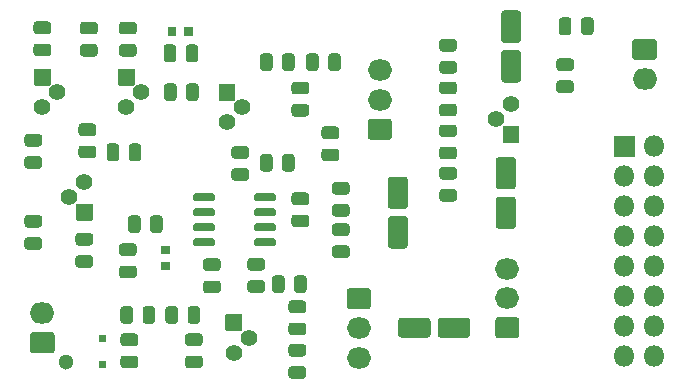
<source format=gbr>
G04 #@! TF.GenerationSoftware,KiCad,Pcbnew,5.1.9-73d0e3b20d~88~ubuntu20.04.1*
G04 #@! TF.CreationDate,2021-02-25T16:20:24+01:00*
G04 #@! TF.ProjectId,kick,6b69636b-2e6b-4696-9361-645f70636258,rev?*
G04 #@! TF.SameCoordinates,Original*
G04 #@! TF.FileFunction,Soldermask,Top*
G04 #@! TF.FilePolarity,Negative*
%FSLAX46Y46*%
G04 Gerber Fmt 4.6, Leading zero omitted, Abs format (unit mm)*
G04 Created by KiCad (PCBNEW 5.1.9-73d0e3b20d~88~ubuntu20.04.1) date 2021-02-25 16:20:24*
%MOMM*%
%LPD*%
G01*
G04 APERTURE LIST*
%ADD10O,1.800000X1.800000*%
%ADD11O,2.100000X1.800000*%
%ADD12C,1.300000*%
%ADD13C,1.400000*%
%ADD14O,2.050000X1.800000*%
G04 APERTURE END LIST*
G36*
G01*
X111024750Y-102840500D02*
X111987250Y-102840500D01*
G75*
G02*
X112256000Y-103109250I0J-268750D01*
G01*
X112256000Y-103646750D01*
G75*
G02*
X111987250Y-103915500I-268750J0D01*
G01*
X111024750Y-103915500D01*
G75*
G02*
X110756000Y-103646750I0J268750D01*
G01*
X110756000Y-103109250D01*
G75*
G02*
X111024750Y-102840500I268750J0D01*
G01*
G37*
G36*
G01*
X111024750Y-104715500D02*
X111987250Y-104715500D01*
G75*
G02*
X112256000Y-104984250I0J-268750D01*
G01*
X112256000Y-105521750D01*
G75*
G02*
X111987250Y-105790500I-268750J0D01*
G01*
X111024750Y-105790500D01*
G75*
G02*
X110756000Y-105521750I0J268750D01*
G01*
X110756000Y-104984250D01*
G75*
G02*
X111024750Y-104715500I268750J0D01*
G01*
G37*
G36*
G01*
X121822500Y-110834250D02*
X121822500Y-111796750D01*
G75*
G02*
X121553750Y-112065500I-268750J0D01*
G01*
X121016250Y-112065500D01*
G75*
G02*
X120747500Y-111796750I0J268750D01*
G01*
X120747500Y-110834250D01*
G75*
G02*
X121016250Y-110565500I268750J0D01*
G01*
X121553750Y-110565500D01*
G75*
G02*
X121822500Y-110834250I0J-268750D01*
G01*
G37*
G36*
G01*
X119947500Y-110834250D02*
X119947500Y-111796750D01*
G75*
G02*
X119678750Y-112065500I-268750J0D01*
G01*
X119141250Y-112065500D01*
G75*
G02*
X118872500Y-111796750I0J268750D01*
G01*
X118872500Y-110834250D01*
G75*
G02*
X119141250Y-110565500I268750J0D01*
G01*
X119678750Y-110565500D01*
G75*
G02*
X119947500Y-110834250I0J-268750D01*
G01*
G37*
G36*
G01*
X116559250Y-96168500D02*
X115596750Y-96168500D01*
G75*
G02*
X115328000Y-95899750I0J268750D01*
G01*
X115328000Y-95362250D01*
G75*
G02*
X115596750Y-95093500I268750J0D01*
G01*
X116559250Y-95093500D01*
G75*
G02*
X116828000Y-95362250I0J-268750D01*
G01*
X116828000Y-95899750D01*
G75*
G02*
X116559250Y-96168500I-268750J0D01*
G01*
G37*
G36*
G01*
X116559250Y-98043500D02*
X115596750Y-98043500D01*
G75*
G02*
X115328000Y-97774750I0J268750D01*
G01*
X115328000Y-97237250D01*
G75*
G02*
X115596750Y-96968500I268750J0D01*
G01*
X116559250Y-96968500D01*
G75*
G02*
X116828000Y-97237250I0J-268750D01*
G01*
X116828000Y-97774750D01*
G75*
G02*
X116559250Y-98043500I-268750J0D01*
G01*
G37*
G36*
G01*
X118774500Y-97054750D02*
X118774500Y-98017250D01*
G75*
G02*
X118505750Y-98286000I-268750J0D01*
G01*
X117968250Y-98286000D01*
G75*
G02*
X117699500Y-98017250I0J268750D01*
G01*
X117699500Y-97054750D01*
G75*
G02*
X117968250Y-96786000I268750J0D01*
G01*
X118505750Y-96786000D01*
G75*
G02*
X118774500Y-97054750I0J-268750D01*
G01*
G37*
G36*
G01*
X120649500Y-97054750D02*
X120649500Y-98017250D01*
G75*
G02*
X120380750Y-98286000I-268750J0D01*
G01*
X119843250Y-98286000D01*
G75*
G02*
X119574500Y-98017250I0J268750D01*
G01*
X119574500Y-97054750D01*
G75*
G02*
X119843250Y-96786000I268750J0D01*
G01*
X120380750Y-96786000D01*
G75*
G02*
X120649500Y-97054750I0J-268750D01*
G01*
G37*
G36*
G01*
X127100250Y-107598500D02*
X126137750Y-107598500D01*
G75*
G02*
X125869000Y-107329750I0J268750D01*
G01*
X125869000Y-106792250D01*
G75*
G02*
X126137750Y-106523500I268750J0D01*
G01*
X127100250Y-106523500D01*
G75*
G02*
X127369000Y-106792250I0J-268750D01*
G01*
X127369000Y-107329750D01*
G75*
G02*
X127100250Y-107598500I-268750J0D01*
G01*
G37*
G36*
G01*
X127100250Y-109473500D02*
X126137750Y-109473500D01*
G75*
G02*
X125869000Y-109204750I0J268750D01*
G01*
X125869000Y-108667250D01*
G75*
G02*
X126137750Y-108398500I268750J0D01*
G01*
X127100250Y-108398500D01*
G75*
G02*
X127369000Y-108667250I0J-268750D01*
G01*
X127369000Y-109204750D01*
G75*
G02*
X127100250Y-109473500I-268750J0D01*
G01*
G37*
G36*
G01*
X133630750Y-100935500D02*
X134593250Y-100935500D01*
G75*
G02*
X134862000Y-101204250I0J-268750D01*
G01*
X134862000Y-101741750D01*
G75*
G02*
X134593250Y-102010500I-268750J0D01*
G01*
X133630750Y-102010500D01*
G75*
G02*
X133362000Y-101741750I0J268750D01*
G01*
X133362000Y-101204250D01*
G75*
G02*
X133630750Y-100935500I268750J0D01*
G01*
G37*
G36*
G01*
X133630750Y-102810500D02*
X134593250Y-102810500D01*
G75*
G02*
X134862000Y-103079250I0J-268750D01*
G01*
X134862000Y-103616750D01*
G75*
G02*
X134593250Y-103885500I-268750J0D01*
G01*
X133630750Y-103885500D01*
G75*
G02*
X133362000Y-103616750I0J268750D01*
G01*
X133362000Y-103079250D01*
G75*
G02*
X133630750Y-102810500I268750J0D01*
G01*
G37*
G36*
G01*
X136465500Y-90397250D02*
X136465500Y-89434750D01*
G75*
G02*
X136734250Y-89166000I268750J0D01*
G01*
X137271750Y-89166000D01*
G75*
G02*
X137540500Y-89434750I0J-268750D01*
G01*
X137540500Y-90397250D01*
G75*
G02*
X137271750Y-90666000I-268750J0D01*
G01*
X136734250Y-90666000D01*
G75*
G02*
X136465500Y-90397250I0J268750D01*
G01*
G37*
G36*
G01*
X134590500Y-90397250D02*
X134590500Y-89434750D01*
G75*
G02*
X134859250Y-89166000I268750J0D01*
G01*
X135396750Y-89166000D01*
G75*
G02*
X135665500Y-89434750I0J-268750D01*
G01*
X135665500Y-90397250D01*
G75*
G02*
X135396750Y-90666000I-268750J0D01*
G01*
X134859250Y-90666000D01*
G75*
G02*
X134590500Y-90397250I0J268750D01*
G01*
G37*
G36*
G01*
X130683500Y-90397250D02*
X130683500Y-89434750D01*
G75*
G02*
X130952250Y-89166000I268750J0D01*
G01*
X131489750Y-89166000D01*
G75*
G02*
X131758500Y-89434750I0J-268750D01*
G01*
X131758500Y-90397250D01*
G75*
G02*
X131489750Y-90666000I-268750J0D01*
G01*
X130952250Y-90666000D01*
G75*
G02*
X130683500Y-90397250I0J268750D01*
G01*
G37*
G36*
G01*
X132558500Y-90397250D02*
X132558500Y-89434750D01*
G75*
G02*
X132827250Y-89166000I268750J0D01*
G01*
X133364750Y-89166000D01*
G75*
G02*
X133633500Y-89434750I0J-268750D01*
G01*
X133633500Y-90397250D01*
G75*
G02*
X133364750Y-90666000I-268750J0D01*
G01*
X132827250Y-90666000D01*
G75*
G02*
X132558500Y-90397250I0J268750D01*
G01*
G37*
G36*
G01*
X134339250Y-116712500D02*
X133376750Y-116712500D01*
G75*
G02*
X133108000Y-116443750I0J268750D01*
G01*
X133108000Y-115906250D01*
G75*
G02*
X133376750Y-115637500I268750J0D01*
G01*
X134339250Y-115637500D01*
G75*
G02*
X134608000Y-115906250I0J-268750D01*
G01*
X134608000Y-116443750D01*
G75*
G02*
X134339250Y-116712500I-268750J0D01*
G01*
G37*
G36*
G01*
X134339250Y-114837500D02*
X133376750Y-114837500D01*
G75*
G02*
X133108000Y-114568750I0J268750D01*
G01*
X133108000Y-114031250D01*
G75*
G02*
X133376750Y-113762500I268750J0D01*
G01*
X134339250Y-113762500D01*
G75*
G02*
X134608000Y-114031250I0J-268750D01*
G01*
X134608000Y-114568750D01*
G75*
G02*
X134339250Y-114837500I-268750J0D01*
G01*
G37*
G36*
G01*
X148489000Y-111810625D02*
X148489000Y-112979375D01*
G75*
G02*
X148223375Y-113245000I-265625J0D01*
G01*
X146004625Y-113245000D01*
G75*
G02*
X145739000Y-112979375I0J265625D01*
G01*
X145739000Y-111810625D01*
G75*
G02*
X146004625Y-111545000I265625J0D01*
G01*
X148223375Y-111545000D01*
G75*
G02*
X148489000Y-111810625I0J-265625D01*
G01*
G37*
G36*
G01*
X145139000Y-111810625D02*
X145139000Y-112979375D01*
G75*
G02*
X144873375Y-113245000I-265625J0D01*
G01*
X142654625Y-113245000D01*
G75*
G02*
X142389000Y-112979375I0J265625D01*
G01*
X142389000Y-111810625D01*
G75*
G02*
X142654625Y-111545000I265625J0D01*
G01*
X144873375Y-111545000D01*
G75*
G02*
X145139000Y-111810625I0J-265625D01*
G01*
G37*
G36*
G01*
X152095375Y-104039000D02*
X150926625Y-104039000D01*
G75*
G02*
X150661000Y-103773375I0J265625D01*
G01*
X150661000Y-101554625D01*
G75*
G02*
X150926625Y-101289000I265625J0D01*
G01*
X152095375Y-101289000D01*
G75*
G02*
X152361000Y-101554625I0J-265625D01*
G01*
X152361000Y-103773375D01*
G75*
G02*
X152095375Y-104039000I-265625J0D01*
G01*
G37*
G36*
G01*
X152095375Y-100689000D02*
X150926625Y-100689000D01*
G75*
G02*
X150661000Y-100423375I0J265625D01*
G01*
X150661000Y-98204625D01*
G75*
G02*
X150926625Y-97939000I265625J0D01*
G01*
X152095375Y-97939000D01*
G75*
G02*
X152361000Y-98204625I0J-265625D01*
G01*
X152361000Y-100423375D01*
G75*
G02*
X152095375Y-100689000I-265625J0D01*
G01*
G37*
G36*
G01*
X141782625Y-102940000D02*
X142951375Y-102940000D01*
G75*
G02*
X143217000Y-103205625I0J-265625D01*
G01*
X143217000Y-105424375D01*
G75*
G02*
X142951375Y-105690000I-265625J0D01*
G01*
X141782625Y-105690000D01*
G75*
G02*
X141517000Y-105424375I0J265625D01*
G01*
X141517000Y-103205625D01*
G75*
G02*
X141782625Y-102940000I265625J0D01*
G01*
G37*
G36*
G01*
X141782625Y-99590000D02*
X142951375Y-99590000D01*
G75*
G02*
X143217000Y-99855625I0J-265625D01*
G01*
X143217000Y-102074375D01*
G75*
G02*
X142951375Y-102340000I-265625J0D01*
G01*
X141782625Y-102340000D01*
G75*
G02*
X141517000Y-102074375I0J265625D01*
G01*
X141517000Y-99855625D01*
G75*
G02*
X141782625Y-99590000I265625J0D01*
G01*
G37*
G36*
G01*
X152539875Y-88282500D02*
X151371125Y-88282500D01*
G75*
G02*
X151105500Y-88016875I0J265625D01*
G01*
X151105500Y-85798125D01*
G75*
G02*
X151371125Y-85532500I265625J0D01*
G01*
X152539875Y-85532500D01*
G75*
G02*
X152805500Y-85798125I0J-265625D01*
G01*
X152805500Y-88016875D01*
G75*
G02*
X152539875Y-88282500I-265625J0D01*
G01*
G37*
G36*
G01*
X152539875Y-91632500D02*
X151371125Y-91632500D01*
G75*
G02*
X151105500Y-91366875I0J265625D01*
G01*
X151105500Y-89148125D01*
G75*
G02*
X151371125Y-88882500I265625J0D01*
G01*
X152539875Y-88882500D01*
G75*
G02*
X152805500Y-89148125I0J-265625D01*
G01*
X152805500Y-91366875D01*
G75*
G02*
X152539875Y-91632500I-265625J0D01*
G01*
G37*
G36*
G01*
X146140250Y-87933000D02*
X147102750Y-87933000D01*
G75*
G02*
X147371500Y-88201750I0J-268750D01*
G01*
X147371500Y-88739250D01*
G75*
G02*
X147102750Y-89008000I-268750J0D01*
G01*
X146140250Y-89008000D01*
G75*
G02*
X145871500Y-88739250I0J268750D01*
G01*
X145871500Y-88201750D01*
G75*
G02*
X146140250Y-87933000I268750J0D01*
G01*
G37*
G36*
G01*
X146140250Y-89808000D02*
X147102750Y-89808000D01*
G75*
G02*
X147371500Y-90076750I0J-268750D01*
G01*
X147371500Y-90614250D01*
G75*
G02*
X147102750Y-90883000I-268750J0D01*
G01*
X146140250Y-90883000D01*
G75*
G02*
X145871500Y-90614250I0J268750D01*
G01*
X145871500Y-90076750D01*
G75*
G02*
X146140250Y-89808000I268750J0D01*
G01*
G37*
G36*
G01*
X117098000Y-112984000D02*
X117598000Y-112984000D01*
G75*
G02*
X117648000Y-113034000I0J-50000D01*
G01*
X117648000Y-113534000D01*
G75*
G02*
X117598000Y-113584000I-50000J0D01*
G01*
X117098000Y-113584000D01*
G75*
G02*
X117048000Y-113534000I0J50000D01*
G01*
X117048000Y-113034000D01*
G75*
G02*
X117098000Y-112984000I50000J0D01*
G01*
G37*
G36*
G01*
X117098000Y-115184000D02*
X117598000Y-115184000D01*
G75*
G02*
X117648000Y-115234000I0J-50000D01*
G01*
X117648000Y-115734000D01*
G75*
G02*
X117598000Y-115784000I-50000J0D01*
G01*
X117098000Y-115784000D01*
G75*
G02*
X117048000Y-115734000I0J50000D01*
G01*
X117048000Y-115234000D01*
G75*
G02*
X117098000Y-115184000I50000J0D01*
G01*
G37*
G36*
G01*
X123032000Y-107541000D02*
X122332000Y-107541000D01*
G75*
G02*
X122282000Y-107491000I0J50000D01*
G01*
X122282000Y-106891000D01*
G75*
G02*
X122332000Y-106841000I50000J0D01*
G01*
X123032000Y-106841000D01*
G75*
G02*
X123082000Y-106891000I0J-50000D01*
G01*
X123082000Y-107491000D01*
G75*
G02*
X123032000Y-107541000I-50000J0D01*
G01*
G37*
G36*
G01*
X123032000Y-106141000D02*
X122332000Y-106141000D01*
G75*
G02*
X122282000Y-106091000I0J50000D01*
G01*
X122282000Y-105491000D01*
G75*
G02*
X122332000Y-105441000I50000J0D01*
G01*
X123032000Y-105441000D01*
G75*
G02*
X123082000Y-105491000I0J-50000D01*
G01*
X123082000Y-106091000D01*
G75*
G02*
X123032000Y-106141000I-50000J0D01*
G01*
G37*
G36*
G01*
X124302000Y-87662500D02*
X124302000Y-86962500D01*
G75*
G02*
X124352000Y-86912500I50000J0D01*
G01*
X124952000Y-86912500D01*
G75*
G02*
X125002000Y-86962500I0J-50000D01*
G01*
X125002000Y-87662500D01*
G75*
G02*
X124952000Y-87712500I-50000J0D01*
G01*
X124352000Y-87712500D01*
G75*
G02*
X124302000Y-87662500I0J50000D01*
G01*
G37*
G36*
G01*
X122902000Y-87662500D02*
X122902000Y-86962500D01*
G75*
G02*
X122952000Y-86912500I50000J0D01*
G01*
X123552000Y-86912500D01*
G75*
G02*
X123602000Y-86962500I0J-50000D01*
G01*
X123602000Y-87662500D01*
G75*
G02*
X123552000Y-87712500I-50000J0D01*
G01*
X122952000Y-87712500D01*
G75*
G02*
X122902000Y-87662500I0J50000D01*
G01*
G37*
G36*
G01*
X160644000Y-97878000D02*
X160644000Y-96178000D01*
G75*
G02*
X160694000Y-96128000I50000J0D01*
G01*
X162394000Y-96128000D01*
G75*
G02*
X162444000Y-96178000I0J-50000D01*
G01*
X162444000Y-97878000D01*
G75*
G02*
X162394000Y-97928000I-50000J0D01*
G01*
X160694000Y-97928000D01*
G75*
G02*
X160644000Y-97878000I0J50000D01*
G01*
G37*
D10*
X164084000Y-97028000D03*
X161544000Y-99568000D03*
X164084000Y-99568000D03*
X161544000Y-102108000D03*
X164084000Y-102108000D03*
X161544000Y-104648000D03*
X164084000Y-104648000D03*
X161544000Y-107188000D03*
X164084000Y-107188000D03*
X161544000Y-109728000D03*
X164084000Y-109728000D03*
X161544000Y-112268000D03*
X164084000Y-112268000D03*
X161544000Y-114808000D03*
X164084000Y-114808000D03*
G36*
G01*
X113053295Y-114565000D02*
X111482705Y-114565000D01*
G75*
G02*
X111218000Y-114300295I0J264705D01*
G01*
X111218000Y-113029705D01*
G75*
G02*
X111482705Y-112765000I264705J0D01*
G01*
X113053295Y-112765000D01*
G75*
G02*
X113318000Y-113029705I0J-264705D01*
G01*
X113318000Y-114300295D01*
G75*
G02*
X113053295Y-114565000I-264705J0D01*
G01*
G37*
D11*
X112268000Y-111165000D03*
D12*
X114268000Y-115265000D03*
G36*
G01*
X162473205Y-87936500D02*
X164043795Y-87936500D01*
G75*
G02*
X164308500Y-88201205I0J-264705D01*
G01*
X164308500Y-89471795D01*
G75*
G02*
X164043795Y-89736500I-264705J0D01*
G01*
X162473205Y-89736500D01*
G75*
G02*
X162208500Y-89471795I0J264705D01*
G01*
X162208500Y-88201205D01*
G75*
G02*
X162473205Y-87936500I264705J0D01*
G01*
G37*
D11*
X163258500Y-91336500D03*
G36*
G01*
X127760500Y-112600500D02*
X127760500Y-111300500D01*
G75*
G02*
X127810500Y-111250500I50000J0D01*
G01*
X129110500Y-111250500D01*
G75*
G02*
X129160500Y-111300500I0J-50000D01*
G01*
X129160500Y-112600500D01*
G75*
G02*
X129110500Y-112650500I-50000J0D01*
G01*
X127810500Y-112650500D01*
G75*
G02*
X127760500Y-112600500I0J50000D01*
G01*
G37*
D13*
X128460500Y-114490500D03*
X129730500Y-113220500D03*
G36*
G01*
X111568000Y-91836000D02*
X111568000Y-90536000D01*
G75*
G02*
X111618000Y-90486000I50000J0D01*
G01*
X112918000Y-90486000D01*
G75*
G02*
X112968000Y-90536000I0J-50000D01*
G01*
X112968000Y-91836000D01*
G75*
G02*
X112918000Y-91886000I-50000J0D01*
G01*
X111618000Y-91886000D01*
G75*
G02*
X111568000Y-91836000I0J50000D01*
G01*
G37*
X112268000Y-93726000D03*
X113538000Y-92456000D03*
X114554000Y-101346000D03*
X115824000Y-100076000D03*
G36*
G01*
X116524000Y-101966000D02*
X116524000Y-103266000D01*
G75*
G02*
X116474000Y-103316000I-50000J0D01*
G01*
X115174000Y-103316000D01*
G75*
G02*
X115124000Y-103266000I0J50000D01*
G01*
X115124000Y-101966000D01*
G75*
G02*
X115174000Y-101916000I50000J0D01*
G01*
X116474000Y-101916000D01*
G75*
G02*
X116524000Y-101966000I0J-50000D01*
G01*
G37*
X120650000Y-92456000D03*
X119380000Y-93726000D03*
G36*
G01*
X118680000Y-91836000D02*
X118680000Y-90536000D01*
G75*
G02*
X118730000Y-90486000I50000J0D01*
G01*
X120030000Y-90486000D01*
G75*
G02*
X120080000Y-90536000I0J-50000D01*
G01*
X120080000Y-91836000D01*
G75*
G02*
X120030000Y-91886000I-50000J0D01*
G01*
X118730000Y-91886000D01*
G75*
G02*
X118680000Y-91836000I0J50000D01*
G01*
G37*
G36*
G01*
X127189000Y-93106000D02*
X127189000Y-91806000D01*
G75*
G02*
X127239000Y-91756000I50000J0D01*
G01*
X128539000Y-91756000D01*
G75*
G02*
X128589000Y-91806000I0J-50000D01*
G01*
X128589000Y-93106000D01*
G75*
G02*
X128539000Y-93156000I-50000J0D01*
G01*
X127239000Y-93156000D01*
G75*
G02*
X127189000Y-93106000I0J50000D01*
G01*
G37*
X127889000Y-94996000D03*
X129159000Y-93726000D03*
X150685500Y-94742000D03*
X151955500Y-93472000D03*
G36*
G01*
X152655500Y-95362000D02*
X152655500Y-96662000D01*
G75*
G02*
X152605500Y-96712000I-50000J0D01*
G01*
X151305500Y-96712000D01*
G75*
G02*
X151255500Y-96662000I0J50000D01*
G01*
X151255500Y-95362000D01*
G75*
G02*
X151305500Y-95312000I50000J0D01*
G01*
X152605500Y-95312000D01*
G75*
G02*
X152655500Y-95362000I0J-50000D01*
G01*
G37*
G36*
G01*
X119152750Y-114748500D02*
X120115250Y-114748500D01*
G75*
G02*
X120384000Y-115017250I0J-268750D01*
G01*
X120384000Y-115554750D01*
G75*
G02*
X120115250Y-115823500I-268750J0D01*
G01*
X119152750Y-115823500D01*
G75*
G02*
X118884000Y-115554750I0J268750D01*
G01*
X118884000Y-115017250D01*
G75*
G02*
X119152750Y-114748500I268750J0D01*
G01*
G37*
G36*
G01*
X119152750Y-112873500D02*
X120115250Y-112873500D01*
G75*
G02*
X120384000Y-113142250I0J-268750D01*
G01*
X120384000Y-113679750D01*
G75*
G02*
X120115250Y-113948500I-268750J0D01*
G01*
X119152750Y-113948500D01*
G75*
G02*
X118884000Y-113679750I0J268750D01*
G01*
X118884000Y-113142250D01*
G75*
G02*
X119152750Y-112873500I268750J0D01*
G01*
G37*
G36*
G01*
X111024750Y-95982500D02*
X111987250Y-95982500D01*
G75*
G02*
X112256000Y-96251250I0J-268750D01*
G01*
X112256000Y-96788750D01*
G75*
G02*
X111987250Y-97057500I-268750J0D01*
G01*
X111024750Y-97057500D01*
G75*
G02*
X110756000Y-96788750I0J268750D01*
G01*
X110756000Y-96251250D01*
G75*
G02*
X111024750Y-95982500I268750J0D01*
G01*
G37*
G36*
G01*
X111024750Y-97857500D02*
X111987250Y-97857500D01*
G75*
G02*
X112256000Y-98126250I0J-268750D01*
G01*
X112256000Y-98663750D01*
G75*
G02*
X111987250Y-98932500I-268750J0D01*
G01*
X111024750Y-98932500D01*
G75*
G02*
X110756000Y-98663750I0J268750D01*
G01*
X110756000Y-98126250D01*
G75*
G02*
X111024750Y-97857500I268750J0D01*
G01*
G37*
G36*
G01*
X124557500Y-111796750D02*
X124557500Y-110834250D01*
G75*
G02*
X124826250Y-110565500I268750J0D01*
G01*
X125363750Y-110565500D01*
G75*
G02*
X125632500Y-110834250I0J-268750D01*
G01*
X125632500Y-111796750D01*
G75*
G02*
X125363750Y-112065500I-268750J0D01*
G01*
X124826250Y-112065500D01*
G75*
G02*
X124557500Y-111796750I0J268750D01*
G01*
G37*
G36*
G01*
X122682500Y-111796750D02*
X122682500Y-110834250D01*
G75*
G02*
X122951250Y-110565500I268750J0D01*
G01*
X123488750Y-110565500D01*
G75*
G02*
X123757500Y-110834250I0J-268750D01*
G01*
X123757500Y-111796750D01*
G75*
G02*
X123488750Y-112065500I-268750J0D01*
G01*
X122951250Y-112065500D01*
G75*
G02*
X122682500Y-111796750I0J268750D01*
G01*
G37*
G36*
G01*
X124613750Y-112873500D02*
X125576250Y-112873500D01*
G75*
G02*
X125845000Y-113142250I0J-268750D01*
G01*
X125845000Y-113679750D01*
G75*
G02*
X125576250Y-113948500I-268750J0D01*
G01*
X124613750Y-113948500D01*
G75*
G02*
X124345000Y-113679750I0J268750D01*
G01*
X124345000Y-113142250D01*
G75*
G02*
X124613750Y-112873500I268750J0D01*
G01*
G37*
G36*
G01*
X124613750Y-114748500D02*
X125576250Y-114748500D01*
G75*
G02*
X125845000Y-115017250I0J-268750D01*
G01*
X125845000Y-115554750D01*
G75*
G02*
X125576250Y-115823500I-268750J0D01*
G01*
X124613750Y-115823500D01*
G75*
G02*
X124345000Y-115554750I0J268750D01*
G01*
X124345000Y-115017250D01*
G75*
G02*
X124613750Y-114748500I268750J0D01*
G01*
G37*
G36*
G01*
X112749250Y-87532500D02*
X111786750Y-87532500D01*
G75*
G02*
X111518000Y-87263750I0J268750D01*
G01*
X111518000Y-86726250D01*
G75*
G02*
X111786750Y-86457500I268750J0D01*
G01*
X112749250Y-86457500D01*
G75*
G02*
X113018000Y-86726250I0J-268750D01*
G01*
X113018000Y-87263750D01*
G75*
G02*
X112749250Y-87532500I-268750J0D01*
G01*
G37*
G36*
G01*
X112749250Y-89407500D02*
X111786750Y-89407500D01*
G75*
G02*
X111518000Y-89138750I0J268750D01*
G01*
X111518000Y-88601250D01*
G75*
G02*
X111786750Y-88332500I268750J0D01*
G01*
X112749250Y-88332500D01*
G75*
G02*
X113018000Y-88601250I0J-268750D01*
G01*
X113018000Y-89138750D01*
G75*
G02*
X112749250Y-89407500I-268750J0D01*
G01*
G37*
G36*
G01*
X115342750Y-104364500D02*
X116305250Y-104364500D01*
G75*
G02*
X116574000Y-104633250I0J-268750D01*
G01*
X116574000Y-105170750D01*
G75*
G02*
X116305250Y-105439500I-268750J0D01*
G01*
X115342750Y-105439500D01*
G75*
G02*
X115074000Y-105170750I0J268750D01*
G01*
X115074000Y-104633250D01*
G75*
G02*
X115342750Y-104364500I268750J0D01*
G01*
G37*
G36*
G01*
X115342750Y-106239500D02*
X116305250Y-106239500D01*
G75*
G02*
X116574000Y-106508250I0J-268750D01*
G01*
X116574000Y-107045750D01*
G75*
G02*
X116305250Y-107314500I-268750J0D01*
G01*
X115342750Y-107314500D01*
G75*
G02*
X115074000Y-107045750I0J268750D01*
G01*
X115074000Y-106508250D01*
G75*
G02*
X115342750Y-106239500I268750J0D01*
G01*
G37*
G36*
G01*
X115723750Y-88362500D02*
X116686250Y-88362500D01*
G75*
G02*
X116955000Y-88631250I0J-268750D01*
G01*
X116955000Y-89168750D01*
G75*
G02*
X116686250Y-89437500I-268750J0D01*
G01*
X115723750Y-89437500D01*
G75*
G02*
X115455000Y-89168750I0J268750D01*
G01*
X115455000Y-88631250D01*
G75*
G02*
X115723750Y-88362500I268750J0D01*
G01*
G37*
G36*
G01*
X115723750Y-86487500D02*
X116686250Y-86487500D01*
G75*
G02*
X116955000Y-86756250I0J-268750D01*
G01*
X116955000Y-87293750D01*
G75*
G02*
X116686250Y-87562500I-268750J0D01*
G01*
X115723750Y-87562500D01*
G75*
G02*
X115455000Y-87293750I0J268750D01*
G01*
X115455000Y-86756250D01*
G75*
G02*
X115723750Y-86487500I268750J0D01*
G01*
G37*
G36*
G01*
X119025750Y-88362500D02*
X119988250Y-88362500D01*
G75*
G02*
X120257000Y-88631250I0J-268750D01*
G01*
X120257000Y-89168750D01*
G75*
G02*
X119988250Y-89437500I-268750J0D01*
G01*
X119025750Y-89437500D01*
G75*
G02*
X118757000Y-89168750I0J268750D01*
G01*
X118757000Y-88631250D01*
G75*
G02*
X119025750Y-88362500I268750J0D01*
G01*
G37*
G36*
G01*
X119025750Y-86487500D02*
X119988250Y-86487500D01*
G75*
G02*
X120257000Y-86756250I0J-268750D01*
G01*
X120257000Y-87293750D01*
G75*
G02*
X119988250Y-87562500I-268750J0D01*
G01*
X119025750Y-87562500D01*
G75*
G02*
X118757000Y-87293750I0J268750D01*
G01*
X118757000Y-86756250D01*
G75*
G02*
X119025750Y-86487500I268750J0D01*
G01*
G37*
G36*
G01*
X122457500Y-103150750D02*
X122457500Y-104113250D01*
G75*
G02*
X122188750Y-104382000I-268750J0D01*
G01*
X121651250Y-104382000D01*
G75*
G02*
X121382500Y-104113250I0J268750D01*
G01*
X121382500Y-103150750D01*
G75*
G02*
X121651250Y-102882000I268750J0D01*
G01*
X122188750Y-102882000D01*
G75*
G02*
X122457500Y-103150750I0J-268750D01*
G01*
G37*
G36*
G01*
X120582500Y-103150750D02*
X120582500Y-104113250D01*
G75*
G02*
X120313750Y-104382000I-268750J0D01*
G01*
X119776250Y-104382000D01*
G75*
G02*
X119507500Y-104113250I0J268750D01*
G01*
X119507500Y-103150750D01*
G75*
G02*
X119776250Y-102882000I268750J0D01*
G01*
X120313750Y-102882000D01*
G75*
G02*
X120582500Y-103150750I0J-268750D01*
G01*
G37*
G36*
G01*
X119025750Y-107128500D02*
X119988250Y-107128500D01*
G75*
G02*
X120257000Y-107397250I0J-268750D01*
G01*
X120257000Y-107934750D01*
G75*
G02*
X119988250Y-108203500I-268750J0D01*
G01*
X119025750Y-108203500D01*
G75*
G02*
X118757000Y-107934750I0J268750D01*
G01*
X118757000Y-107397250D01*
G75*
G02*
X119025750Y-107128500I268750J0D01*
G01*
G37*
G36*
G01*
X119025750Y-105253500D02*
X119988250Y-105253500D01*
G75*
G02*
X120257000Y-105522250I0J-268750D01*
G01*
X120257000Y-106059750D01*
G75*
G02*
X119988250Y-106328500I-268750J0D01*
G01*
X119025750Y-106328500D01*
G75*
G02*
X118757000Y-106059750I0J268750D01*
G01*
X118757000Y-105522250D01*
G75*
G02*
X119025750Y-105253500I268750J0D01*
G01*
G37*
G36*
G01*
X125505500Y-91974750D02*
X125505500Y-92937250D01*
G75*
G02*
X125236750Y-93206000I-268750J0D01*
G01*
X124699250Y-93206000D01*
G75*
G02*
X124430500Y-92937250I0J268750D01*
G01*
X124430500Y-91974750D01*
G75*
G02*
X124699250Y-91706000I268750J0D01*
G01*
X125236750Y-91706000D01*
G75*
G02*
X125505500Y-91974750I0J-268750D01*
G01*
G37*
G36*
G01*
X123630500Y-91974750D02*
X123630500Y-92937250D01*
G75*
G02*
X123361750Y-93206000I-268750J0D01*
G01*
X122824250Y-93206000D01*
G75*
G02*
X122555500Y-92937250I0J268750D01*
G01*
X122555500Y-91974750D01*
G75*
G02*
X122824250Y-91706000I268750J0D01*
G01*
X123361750Y-91706000D01*
G75*
G02*
X123630500Y-91974750I0J-268750D01*
G01*
G37*
G36*
G01*
X123600500Y-88672750D02*
X123600500Y-89635250D01*
G75*
G02*
X123331750Y-89904000I-268750J0D01*
G01*
X122794250Y-89904000D01*
G75*
G02*
X122525500Y-89635250I0J268750D01*
G01*
X122525500Y-88672750D01*
G75*
G02*
X122794250Y-88404000I268750J0D01*
G01*
X123331750Y-88404000D01*
G75*
G02*
X123600500Y-88672750I0J-268750D01*
G01*
G37*
G36*
G01*
X125475500Y-88672750D02*
X125475500Y-89635250D01*
G75*
G02*
X125206750Y-89904000I-268750J0D01*
G01*
X124669250Y-89904000D01*
G75*
G02*
X124400500Y-89635250I0J268750D01*
G01*
X124400500Y-88672750D01*
G75*
G02*
X124669250Y-88404000I268750J0D01*
G01*
X125206750Y-88404000D01*
G75*
G02*
X125475500Y-88672750I0J-268750D01*
G01*
G37*
G36*
G01*
X130683500Y-98906250D02*
X130683500Y-97943750D01*
G75*
G02*
X130952250Y-97675000I268750J0D01*
G01*
X131489750Y-97675000D01*
G75*
G02*
X131758500Y-97943750I0J-268750D01*
G01*
X131758500Y-98906250D01*
G75*
G02*
X131489750Y-99175000I-268750J0D01*
G01*
X130952250Y-99175000D01*
G75*
G02*
X130683500Y-98906250I0J268750D01*
G01*
G37*
G36*
G01*
X132558500Y-98906250D02*
X132558500Y-97943750D01*
G75*
G02*
X132827250Y-97675000I268750J0D01*
G01*
X133364750Y-97675000D01*
G75*
G02*
X133633500Y-97943750I0J-268750D01*
G01*
X133633500Y-98906250D01*
G75*
G02*
X133364750Y-99175000I-268750J0D01*
G01*
X132827250Y-99175000D01*
G75*
G02*
X132558500Y-98906250I0J268750D01*
G01*
G37*
G36*
G01*
X133630750Y-93442500D02*
X134593250Y-93442500D01*
G75*
G02*
X134862000Y-93711250I0J-268750D01*
G01*
X134862000Y-94248750D01*
G75*
G02*
X134593250Y-94517500I-268750J0D01*
G01*
X133630750Y-94517500D01*
G75*
G02*
X133362000Y-94248750I0J268750D01*
G01*
X133362000Y-93711250D01*
G75*
G02*
X133630750Y-93442500I268750J0D01*
G01*
G37*
G36*
G01*
X133630750Y-91567500D02*
X134593250Y-91567500D01*
G75*
G02*
X134862000Y-91836250I0J-268750D01*
G01*
X134862000Y-92373750D01*
G75*
G02*
X134593250Y-92642500I-268750J0D01*
G01*
X133630750Y-92642500D01*
G75*
G02*
X133362000Y-92373750I0J268750D01*
G01*
X133362000Y-91836250D01*
G75*
G02*
X133630750Y-91567500I268750J0D01*
G01*
G37*
G36*
G01*
X128550750Y-98888500D02*
X129513250Y-98888500D01*
G75*
G02*
X129782000Y-99157250I0J-268750D01*
G01*
X129782000Y-99694750D01*
G75*
G02*
X129513250Y-99963500I-268750J0D01*
G01*
X128550750Y-99963500D01*
G75*
G02*
X128282000Y-99694750I0J268750D01*
G01*
X128282000Y-99157250D01*
G75*
G02*
X128550750Y-98888500I268750J0D01*
G01*
G37*
G36*
G01*
X128550750Y-97013500D02*
X129513250Y-97013500D01*
G75*
G02*
X129782000Y-97282250I0J-268750D01*
G01*
X129782000Y-97819750D01*
G75*
G02*
X129513250Y-98088500I-268750J0D01*
G01*
X128550750Y-98088500D01*
G75*
G02*
X128282000Y-97819750I0J268750D01*
G01*
X128282000Y-97282250D01*
G75*
G02*
X128550750Y-97013500I268750J0D01*
G01*
G37*
G36*
G01*
X131699500Y-109193250D02*
X131699500Y-108230750D01*
G75*
G02*
X131968250Y-107962000I268750J0D01*
G01*
X132505750Y-107962000D01*
G75*
G02*
X132774500Y-108230750I0J-268750D01*
G01*
X132774500Y-109193250D01*
G75*
G02*
X132505750Y-109462000I-268750J0D01*
G01*
X131968250Y-109462000D01*
G75*
G02*
X131699500Y-109193250I0J268750D01*
G01*
G37*
G36*
G01*
X133574500Y-109193250D02*
X133574500Y-108230750D01*
G75*
G02*
X133843250Y-107962000I268750J0D01*
G01*
X134380750Y-107962000D01*
G75*
G02*
X134649500Y-108230750I0J-268750D01*
G01*
X134649500Y-109193250D01*
G75*
G02*
X134380750Y-109462000I-268750J0D01*
G01*
X133843250Y-109462000D01*
G75*
G02*
X133574500Y-109193250I0J268750D01*
G01*
G37*
G36*
G01*
X137133250Y-98297500D02*
X136170750Y-98297500D01*
G75*
G02*
X135902000Y-98028750I0J268750D01*
G01*
X135902000Y-97491250D01*
G75*
G02*
X136170750Y-97222500I268750J0D01*
G01*
X137133250Y-97222500D01*
G75*
G02*
X137402000Y-97491250I0J-268750D01*
G01*
X137402000Y-98028750D01*
G75*
G02*
X137133250Y-98297500I-268750J0D01*
G01*
G37*
G36*
G01*
X137133250Y-96422500D02*
X136170750Y-96422500D01*
G75*
G02*
X135902000Y-96153750I0J268750D01*
G01*
X135902000Y-95616250D01*
G75*
G02*
X136170750Y-95347500I268750J0D01*
G01*
X137133250Y-95347500D01*
G75*
G02*
X137402000Y-95616250I0J-268750D01*
G01*
X137402000Y-96153750D01*
G75*
G02*
X137133250Y-96422500I-268750J0D01*
G01*
G37*
G36*
G01*
X133376750Y-111954500D02*
X134339250Y-111954500D01*
G75*
G02*
X134608000Y-112223250I0J-268750D01*
G01*
X134608000Y-112760750D01*
G75*
G02*
X134339250Y-113029500I-268750J0D01*
G01*
X133376750Y-113029500D01*
G75*
G02*
X133108000Y-112760750I0J268750D01*
G01*
X133108000Y-112223250D01*
G75*
G02*
X133376750Y-111954500I268750J0D01*
G01*
G37*
G36*
G01*
X133376750Y-110079500D02*
X134339250Y-110079500D01*
G75*
G02*
X134608000Y-110348250I0J-268750D01*
G01*
X134608000Y-110885750D01*
G75*
G02*
X134339250Y-111154500I-268750J0D01*
G01*
X133376750Y-111154500D01*
G75*
G02*
X133108000Y-110885750I0J268750D01*
G01*
X133108000Y-110348250D01*
G75*
G02*
X133376750Y-110079500I268750J0D01*
G01*
G37*
G36*
G01*
X129884250Y-108365000D02*
X130846750Y-108365000D01*
G75*
G02*
X131115500Y-108633750I0J-268750D01*
G01*
X131115500Y-109171250D01*
G75*
G02*
X130846750Y-109440000I-268750J0D01*
G01*
X129884250Y-109440000D01*
G75*
G02*
X129615500Y-109171250I0J268750D01*
G01*
X129615500Y-108633750D01*
G75*
G02*
X129884250Y-108365000I268750J0D01*
G01*
G37*
G36*
G01*
X129884250Y-106490000D02*
X130846750Y-106490000D01*
G75*
G02*
X131115500Y-106758750I0J-268750D01*
G01*
X131115500Y-107296250D01*
G75*
G02*
X130846750Y-107565000I-268750J0D01*
G01*
X129884250Y-107565000D01*
G75*
G02*
X129615500Y-107296250I0J268750D01*
G01*
X129615500Y-106758750D01*
G75*
G02*
X129884250Y-106490000I268750J0D01*
G01*
G37*
G36*
G01*
X137059750Y-105429000D02*
X138022250Y-105429000D01*
G75*
G02*
X138291000Y-105697750I0J-268750D01*
G01*
X138291000Y-106235250D01*
G75*
G02*
X138022250Y-106504000I-268750J0D01*
G01*
X137059750Y-106504000D01*
G75*
G02*
X136791000Y-106235250I0J268750D01*
G01*
X136791000Y-105697750D01*
G75*
G02*
X137059750Y-105429000I268750J0D01*
G01*
G37*
G36*
G01*
X137059750Y-103554000D02*
X138022250Y-103554000D01*
G75*
G02*
X138291000Y-103822750I0J-268750D01*
G01*
X138291000Y-104360250D01*
G75*
G02*
X138022250Y-104629000I-268750J0D01*
G01*
X137059750Y-104629000D01*
G75*
G02*
X136791000Y-104360250I0J268750D01*
G01*
X136791000Y-103822750D01*
G75*
G02*
X137059750Y-103554000I268750J0D01*
G01*
G37*
G36*
G01*
X137059750Y-100046500D02*
X138022250Y-100046500D01*
G75*
G02*
X138291000Y-100315250I0J-268750D01*
G01*
X138291000Y-100852750D01*
G75*
G02*
X138022250Y-101121500I-268750J0D01*
G01*
X137059750Y-101121500D01*
G75*
G02*
X136791000Y-100852750I0J268750D01*
G01*
X136791000Y-100315250D01*
G75*
G02*
X137059750Y-100046500I268750J0D01*
G01*
G37*
G36*
G01*
X137059750Y-101921500D02*
X138022250Y-101921500D01*
G75*
G02*
X138291000Y-102190250I0J-268750D01*
G01*
X138291000Y-102727750D01*
G75*
G02*
X138022250Y-102996500I-268750J0D01*
G01*
X137059750Y-102996500D01*
G75*
G02*
X136791000Y-102727750I0J268750D01*
G01*
X136791000Y-102190250D01*
G75*
G02*
X137059750Y-101921500I268750J0D01*
G01*
G37*
G36*
G01*
X146140250Y-98776500D02*
X147102750Y-98776500D01*
G75*
G02*
X147371500Y-99045250I0J-268750D01*
G01*
X147371500Y-99582750D01*
G75*
G02*
X147102750Y-99851500I-268750J0D01*
G01*
X146140250Y-99851500D01*
G75*
G02*
X145871500Y-99582750I0J268750D01*
G01*
X145871500Y-99045250D01*
G75*
G02*
X146140250Y-98776500I268750J0D01*
G01*
G37*
G36*
G01*
X146140250Y-100651500D02*
X147102750Y-100651500D01*
G75*
G02*
X147371500Y-100920250I0J-268750D01*
G01*
X147371500Y-101457750D01*
G75*
G02*
X147102750Y-101726500I-268750J0D01*
G01*
X146140250Y-101726500D01*
G75*
G02*
X145871500Y-101457750I0J268750D01*
G01*
X145871500Y-100920250D01*
G75*
G02*
X146140250Y-100651500I268750J0D01*
G01*
G37*
G36*
G01*
X147102750Y-98137000D02*
X146140250Y-98137000D01*
G75*
G02*
X145871500Y-97868250I0J268750D01*
G01*
X145871500Y-97330750D01*
G75*
G02*
X146140250Y-97062000I268750J0D01*
G01*
X147102750Y-97062000D01*
G75*
G02*
X147371500Y-97330750I0J-268750D01*
G01*
X147371500Y-97868250D01*
G75*
G02*
X147102750Y-98137000I-268750J0D01*
G01*
G37*
G36*
G01*
X147102750Y-96262000D02*
X146140250Y-96262000D01*
G75*
G02*
X145871500Y-95993250I0J268750D01*
G01*
X145871500Y-95455750D01*
G75*
G02*
X146140250Y-95187000I268750J0D01*
G01*
X147102750Y-95187000D01*
G75*
G02*
X147371500Y-95455750I0J-268750D01*
G01*
X147371500Y-95993250D01*
G75*
G02*
X147102750Y-96262000I-268750J0D01*
G01*
G37*
G36*
G01*
X146140250Y-91552500D02*
X147102750Y-91552500D01*
G75*
G02*
X147371500Y-91821250I0J-268750D01*
G01*
X147371500Y-92358750D01*
G75*
G02*
X147102750Y-92627500I-268750J0D01*
G01*
X146140250Y-92627500D01*
G75*
G02*
X145871500Y-92358750I0J268750D01*
G01*
X145871500Y-91821250D01*
G75*
G02*
X146140250Y-91552500I268750J0D01*
G01*
G37*
G36*
G01*
X146140250Y-93427500D02*
X147102750Y-93427500D01*
G75*
G02*
X147371500Y-93696250I0J-268750D01*
G01*
X147371500Y-94233750D01*
G75*
G02*
X147102750Y-94502500I-268750J0D01*
G01*
X146140250Y-94502500D01*
G75*
G02*
X145871500Y-94233750I0J268750D01*
G01*
X145871500Y-93696250D01*
G75*
G02*
X146140250Y-93427500I268750J0D01*
G01*
G37*
G36*
G01*
X157065000Y-86386750D02*
X157065000Y-87349250D01*
G75*
G02*
X156796250Y-87618000I-268750J0D01*
G01*
X156258750Y-87618000D01*
G75*
G02*
X155990000Y-87349250I0J268750D01*
G01*
X155990000Y-86386750D01*
G75*
G02*
X156258750Y-86118000I268750J0D01*
G01*
X156796250Y-86118000D01*
G75*
G02*
X157065000Y-86386750I0J-268750D01*
G01*
G37*
G36*
G01*
X158940000Y-86386750D02*
X158940000Y-87349250D01*
G75*
G02*
X158671250Y-87618000I-268750J0D01*
G01*
X158133750Y-87618000D01*
G75*
G02*
X157865000Y-87349250I0J268750D01*
G01*
X157865000Y-86386750D01*
G75*
G02*
X158133750Y-86118000I268750J0D01*
G01*
X158671250Y-86118000D01*
G75*
G02*
X158940000Y-86386750I0J-268750D01*
G01*
G37*
G36*
G01*
X156046250Y-89584000D02*
X157008750Y-89584000D01*
G75*
G02*
X157277500Y-89852750I0J-268750D01*
G01*
X157277500Y-90390250D01*
G75*
G02*
X157008750Y-90659000I-268750J0D01*
G01*
X156046250Y-90659000D01*
G75*
G02*
X155777500Y-90390250I0J268750D01*
G01*
X155777500Y-89852750D01*
G75*
G02*
X156046250Y-89584000I268750J0D01*
G01*
G37*
G36*
G01*
X156046250Y-91459000D02*
X157008750Y-91459000D01*
G75*
G02*
X157277500Y-91727750I0J-268750D01*
G01*
X157277500Y-92265250D01*
G75*
G02*
X157008750Y-92534000I-268750J0D01*
G01*
X156046250Y-92534000D01*
G75*
G02*
X155777500Y-92265250I0J268750D01*
G01*
X155777500Y-91727750D01*
G75*
G02*
X156046250Y-91459000I268750J0D01*
G01*
G37*
G36*
G01*
X138304705Y-109035000D02*
X139825295Y-109035000D01*
G75*
G02*
X140090000Y-109299705I0J-264705D01*
G01*
X140090000Y-110570295D01*
G75*
G02*
X139825295Y-110835000I-264705J0D01*
G01*
X138304705Y-110835000D01*
G75*
G02*
X138040000Y-110570295I0J264705D01*
G01*
X138040000Y-109299705D01*
G75*
G02*
X138304705Y-109035000I264705J0D01*
G01*
G37*
D14*
X139065000Y-112435000D03*
X139065000Y-114935000D03*
X151638000Y-107395000D03*
X151638000Y-109895000D03*
G36*
G01*
X152398295Y-113295000D02*
X150877705Y-113295000D01*
G75*
G02*
X150613000Y-113030295I0J264705D01*
G01*
X150613000Y-111759705D01*
G75*
G02*
X150877705Y-111495000I264705J0D01*
G01*
X152398295Y-111495000D01*
G75*
G02*
X152663000Y-111759705I0J-264705D01*
G01*
X152663000Y-113030295D01*
G75*
G02*
X152398295Y-113295000I-264705J0D01*
G01*
G37*
G36*
G01*
X141603295Y-96491000D02*
X140082705Y-96491000D01*
G75*
G02*
X139818000Y-96226295I0J264705D01*
G01*
X139818000Y-94955705D01*
G75*
G02*
X140082705Y-94691000I264705J0D01*
G01*
X141603295Y-94691000D01*
G75*
G02*
X141868000Y-94955705I0J-264705D01*
G01*
X141868000Y-96226295D01*
G75*
G02*
X141603295Y-96491000I-264705J0D01*
G01*
G37*
X140843000Y-93091000D03*
X140843000Y-90591000D03*
G36*
G01*
X125024000Y-101521000D02*
X125024000Y-101171000D01*
G75*
G02*
X125199000Y-100996000I175000J0D01*
G01*
X126699000Y-100996000D01*
G75*
G02*
X126874000Y-101171000I0J-175000D01*
G01*
X126874000Y-101521000D01*
G75*
G02*
X126699000Y-101696000I-175000J0D01*
G01*
X125199000Y-101696000D01*
G75*
G02*
X125024000Y-101521000I0J175000D01*
G01*
G37*
G36*
G01*
X125024000Y-102791000D02*
X125024000Y-102441000D01*
G75*
G02*
X125199000Y-102266000I175000J0D01*
G01*
X126699000Y-102266000D01*
G75*
G02*
X126874000Y-102441000I0J-175000D01*
G01*
X126874000Y-102791000D01*
G75*
G02*
X126699000Y-102966000I-175000J0D01*
G01*
X125199000Y-102966000D01*
G75*
G02*
X125024000Y-102791000I0J175000D01*
G01*
G37*
G36*
G01*
X125024000Y-104061000D02*
X125024000Y-103711000D01*
G75*
G02*
X125199000Y-103536000I175000J0D01*
G01*
X126699000Y-103536000D01*
G75*
G02*
X126874000Y-103711000I0J-175000D01*
G01*
X126874000Y-104061000D01*
G75*
G02*
X126699000Y-104236000I-175000J0D01*
G01*
X125199000Y-104236000D01*
G75*
G02*
X125024000Y-104061000I0J175000D01*
G01*
G37*
G36*
G01*
X125024000Y-105331000D02*
X125024000Y-104981000D01*
G75*
G02*
X125199000Y-104806000I175000J0D01*
G01*
X126699000Y-104806000D01*
G75*
G02*
X126874000Y-104981000I0J-175000D01*
G01*
X126874000Y-105331000D01*
G75*
G02*
X126699000Y-105506000I-175000J0D01*
G01*
X125199000Y-105506000D01*
G75*
G02*
X125024000Y-105331000I0J175000D01*
G01*
G37*
G36*
G01*
X130174000Y-105331000D02*
X130174000Y-104981000D01*
G75*
G02*
X130349000Y-104806000I175000J0D01*
G01*
X131849000Y-104806000D01*
G75*
G02*
X132024000Y-104981000I0J-175000D01*
G01*
X132024000Y-105331000D01*
G75*
G02*
X131849000Y-105506000I-175000J0D01*
G01*
X130349000Y-105506000D01*
G75*
G02*
X130174000Y-105331000I0J175000D01*
G01*
G37*
G36*
G01*
X130174000Y-104061000D02*
X130174000Y-103711000D01*
G75*
G02*
X130349000Y-103536000I175000J0D01*
G01*
X131849000Y-103536000D01*
G75*
G02*
X132024000Y-103711000I0J-175000D01*
G01*
X132024000Y-104061000D01*
G75*
G02*
X131849000Y-104236000I-175000J0D01*
G01*
X130349000Y-104236000D01*
G75*
G02*
X130174000Y-104061000I0J175000D01*
G01*
G37*
G36*
G01*
X130174000Y-102791000D02*
X130174000Y-102441000D01*
G75*
G02*
X130349000Y-102266000I175000J0D01*
G01*
X131849000Y-102266000D01*
G75*
G02*
X132024000Y-102441000I0J-175000D01*
G01*
X132024000Y-102791000D01*
G75*
G02*
X131849000Y-102966000I-175000J0D01*
G01*
X130349000Y-102966000D01*
G75*
G02*
X130174000Y-102791000I0J175000D01*
G01*
G37*
G36*
G01*
X130174000Y-101521000D02*
X130174000Y-101171000D01*
G75*
G02*
X130349000Y-100996000I175000J0D01*
G01*
X131849000Y-100996000D01*
G75*
G02*
X132024000Y-101171000I0J-175000D01*
G01*
X132024000Y-101521000D01*
G75*
G02*
X131849000Y-101696000I-175000J0D01*
G01*
X130349000Y-101696000D01*
G75*
G02*
X130174000Y-101521000I0J175000D01*
G01*
G37*
M02*

</source>
